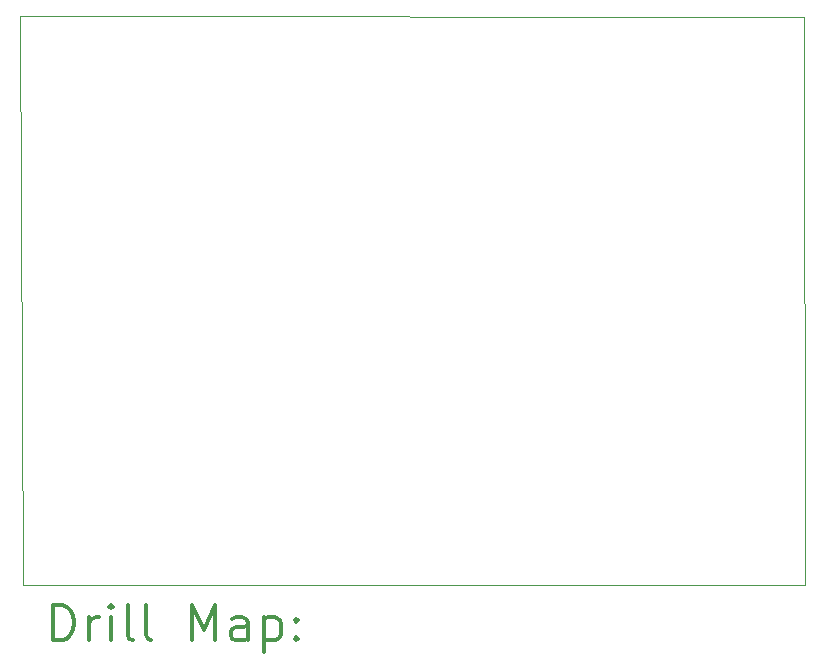
<source format=gbr>
%FSLAX45Y45*%
G04 Gerber Fmt 4.5, Leading zero omitted, Abs format (unit mm)*
G04 Created by KiCad (PCBNEW (5.1.10)-1) date 2021-10-24 19:56:07*
%MOMM*%
%LPD*%
G01*
G04 APERTURE LIST*
%TA.AperFunction,Profile*%
%ADD10C,0.100000*%
%TD*%
%ADD11C,0.200000*%
%ADD12C,0.300000*%
G04 APERTURE END LIST*
D10*
X11952500Y-6560000D02*
X11957500Y-6562500D01*
X11977500Y-11372500D02*
X11952500Y-6560000D01*
X18595000Y-11375000D02*
X11977500Y-11372500D01*
X18592500Y-6565000D02*
X18595000Y-11375000D01*
X11957500Y-6562500D02*
X18592500Y-6565000D01*
D11*
D12*
X12233928Y-11845714D02*
X12233928Y-11545714D01*
X12305357Y-11545714D01*
X12348214Y-11560000D01*
X12376786Y-11588571D01*
X12391071Y-11617143D01*
X12405357Y-11674286D01*
X12405357Y-11717143D01*
X12391071Y-11774286D01*
X12376786Y-11802857D01*
X12348214Y-11831429D01*
X12305357Y-11845714D01*
X12233928Y-11845714D01*
X12533928Y-11845714D02*
X12533928Y-11645714D01*
X12533928Y-11702857D02*
X12548214Y-11674286D01*
X12562500Y-11660000D01*
X12591071Y-11645714D01*
X12619643Y-11645714D01*
X12719643Y-11845714D02*
X12719643Y-11645714D01*
X12719643Y-11545714D02*
X12705357Y-11560000D01*
X12719643Y-11574286D01*
X12733928Y-11560000D01*
X12719643Y-11545714D01*
X12719643Y-11574286D01*
X12905357Y-11845714D02*
X12876786Y-11831429D01*
X12862500Y-11802857D01*
X12862500Y-11545714D01*
X13062500Y-11845714D02*
X13033928Y-11831429D01*
X13019643Y-11802857D01*
X13019643Y-11545714D01*
X13405357Y-11845714D02*
X13405357Y-11545714D01*
X13505357Y-11760000D01*
X13605357Y-11545714D01*
X13605357Y-11845714D01*
X13876786Y-11845714D02*
X13876786Y-11688571D01*
X13862500Y-11660000D01*
X13833928Y-11645714D01*
X13776786Y-11645714D01*
X13748214Y-11660000D01*
X13876786Y-11831429D02*
X13848214Y-11845714D01*
X13776786Y-11845714D01*
X13748214Y-11831429D01*
X13733928Y-11802857D01*
X13733928Y-11774286D01*
X13748214Y-11745714D01*
X13776786Y-11731429D01*
X13848214Y-11731429D01*
X13876786Y-11717143D01*
X14019643Y-11645714D02*
X14019643Y-11945714D01*
X14019643Y-11660000D02*
X14048214Y-11645714D01*
X14105357Y-11645714D01*
X14133928Y-11660000D01*
X14148214Y-11674286D01*
X14162500Y-11702857D01*
X14162500Y-11788571D01*
X14148214Y-11817143D01*
X14133928Y-11831429D01*
X14105357Y-11845714D01*
X14048214Y-11845714D01*
X14019643Y-11831429D01*
X14291071Y-11817143D02*
X14305357Y-11831429D01*
X14291071Y-11845714D01*
X14276786Y-11831429D01*
X14291071Y-11817143D01*
X14291071Y-11845714D01*
X14291071Y-11660000D02*
X14305357Y-11674286D01*
X14291071Y-11688571D01*
X14276786Y-11674286D01*
X14291071Y-11660000D01*
X14291071Y-11688571D01*
M02*

</source>
